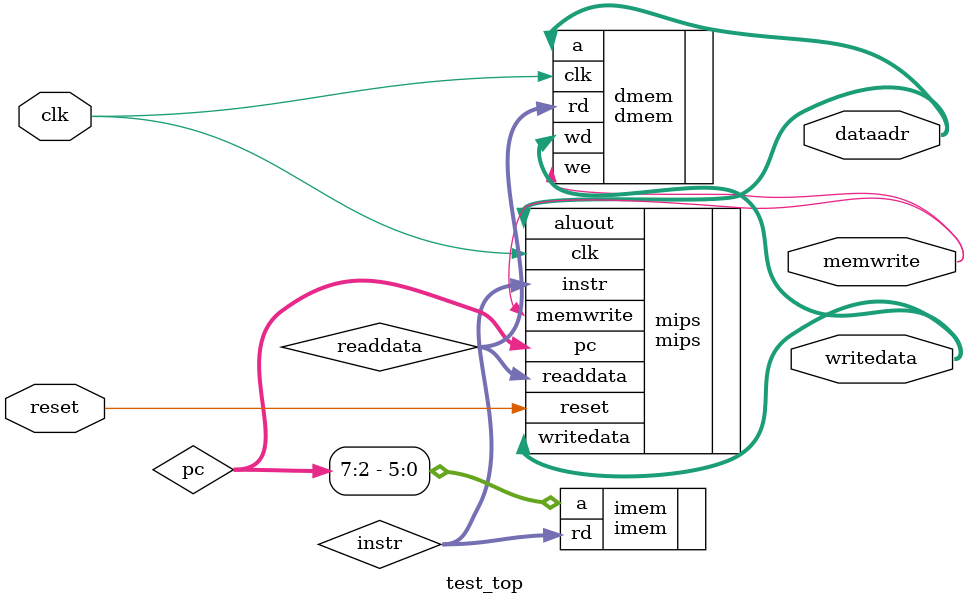
<source format=sv>
`timescale 1ns / 1ps


module test_top(
    input   logic           clk, reset, 
    output  logic [31:0]    writedata, dataadr,
    output  logic           memwrite
);
    logic [31:0] pc, instr, readdata;
    
    mips mips(.clk(clk), .reset(reset), .pc(pc), .instr(instr), .memwrite(memwrite), 
                .aluout(dataadr), .writedata(writedata), .readdata(readdata));
    imem imem(.a(pc[7:2]), .rd(instr));
    dmem dmem(.clk(clk), .we(memwrite), .a(dataadr), .wd(writedata), .rd(readdata)); 

endmodule

</source>
